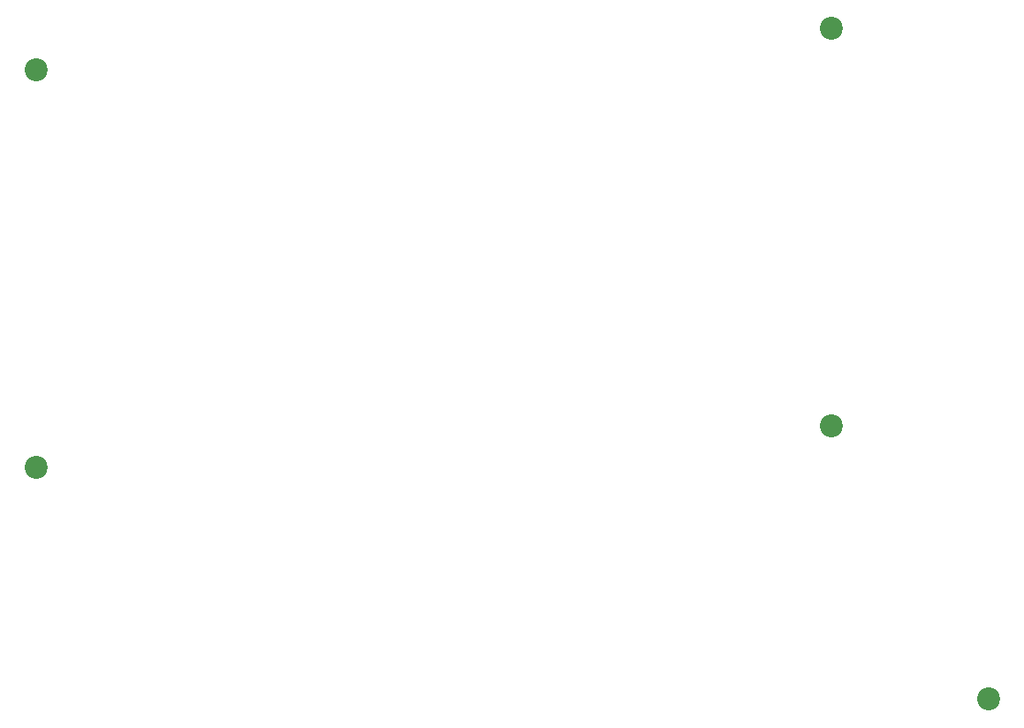
<source format=gbr>
%TF.GenerationSoftware,KiCad,Pcbnew,(5.1.9-0-10_14)*%
%TF.CreationDate,2021-09-05T15:49:40-05:00*%
%TF.ProjectId,wren-plain,7772656e-2d70-46c6-9169-6e2e6b696361,rev?*%
%TF.SameCoordinates,Original*%
%TF.FileFunction,Soldermask,Bot*%
%TF.FilePolarity,Negative*%
%FSLAX46Y46*%
G04 Gerber Fmt 4.6, Leading zero omitted, Abs format (unit mm)*
G04 Created by KiCad (PCBNEW (5.1.9-0-10_14)) date 2021-09-05 15:49:40*
%MOMM*%
%LPD*%
G01*
G04 APERTURE LIST*
%ADD10C,2.200000*%
G04 APERTURE END LIST*
D10*
%TO.C,H5*%
X134937500Y-84137500D03*
%TD*%
%TO.C,H4*%
X226212500Y-106362500D03*
%TD*%
%TO.C,H3*%
X211137500Y-42068750D03*
%TD*%
%TO.C,H2*%
X134937500Y-46037500D03*
%TD*%
%TO.C,H1*%
X211131250Y-80168750D03*
%TD*%
M02*

</source>
